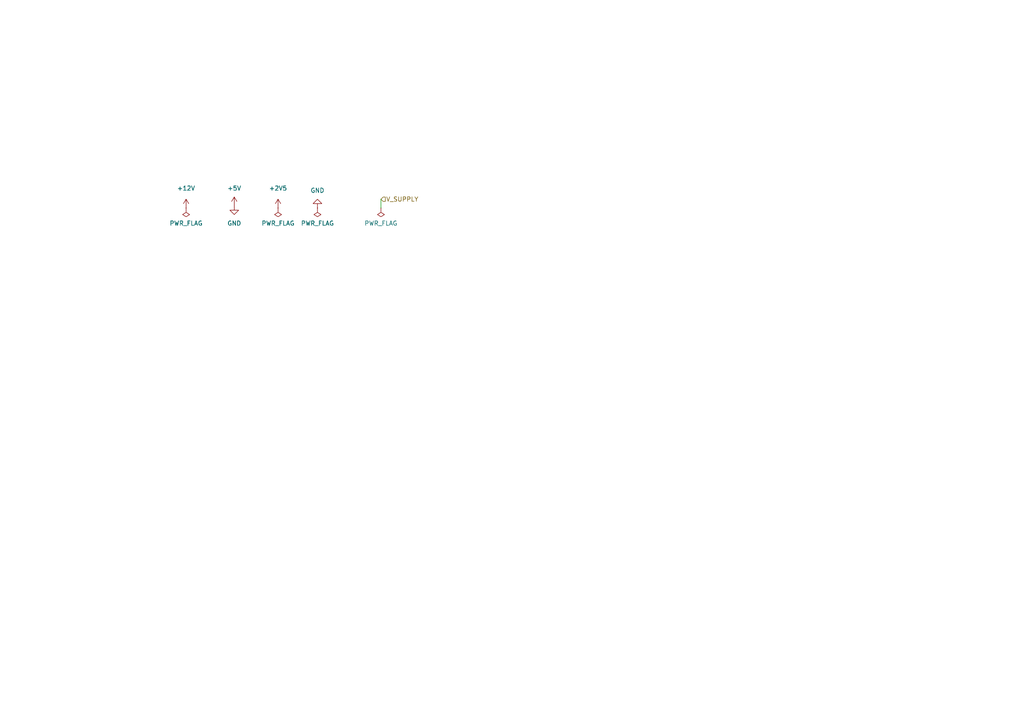
<source format=kicad_sch>
(kicad_sch (version 20211123) (generator eeschema)
  (paper "A4")
  (lib_symbols
    (symbol "power:+12V" (power) (pin_names (offset 0))
      (property "Value" "+12V" (at 0 3.556 0))
      (symbol "+12V_0_1"
        (polyline (pts (xy -0.762 1.27) (xy 0 2.54)))
        (polyline (pts (xy 0 0) (xy 0 2.54)))
        (polyline (pts (xy 0 2.54) (xy 0.762 1.27)))
      )
      (symbol "+12V_1_1"
        (pin power_in line (at 0 0 90) (length 0) hide (name "+12V") (number "1"))
      )
    )
    (symbol "power:+2V5" (power) (pin_names (offset 0))
      (property "Value" "+2V5" (at 0 3.556 0))
      (symbol "+2V5_0_1"
        (polyline (pts (xy -0.762 1.27) (xy 0 2.54)))
        (polyline (pts (xy 0 0) (xy 0 2.54)))
        (polyline (pts (xy 0 2.54) (xy 0.762 1.27)))
      )
      (symbol "+2V5_1_1"
        (pin power_in line (at 0 0 90) (length 0) hide (name "+2V5") (number "1"))
      )
    )
    (symbol "power:+5V" (power) (pin_names (offset 0))
      (property "Value" "+5V" (at 0 3.556 0))
      (symbol "+5V_0_1"
        (polyline (pts (xy -0.762 1.27) (xy 0 2.54)))
        (polyline (pts (xy 0 0) (xy 0 2.54)))
        (polyline (pts (xy 0 2.54) (xy 0.762 1.27)))
      )
      (symbol "+5V_1_1"
        (pin power_in line (at 0 0 90) (length 0) hide (name "+5V") (number "1"))
      )
    )
    (symbol "power:GND" (power) (pin_names (offset 0))
      (property "Value" "GND" (at 0 -3.81 0))
      (symbol "GND_0_1"
        (polyline (pts (xy 0 0) (xy 0 -1.27) (xy 1.27 -1.27) (xy 0 -2.54) (xy -1.27 -1.27) (xy 0 -1.27)))
      )
      (symbol "GND_1_1"
        (pin power_in line (at 0 0 270) (length 0) hide (name "GND") (number "1"))
      )
    )
    (symbol "power:PWR_FLAG" (power) (pin_numbers hide) (pin_names (offset 0) hide)
      (property "Value" "PWR_FLAG" (at 0 3.81 0))
      (symbol "PWR_FLAG_0_0"
        (pin power_out line (at 0 0 90) (length 0) (name "pwr") (number "1"))
      )
      (symbol "PWR_FLAG_0_1"
        (polyline (pts (xy 0 0) (xy 0 1.27) (xy -1.016 1.905) (xy 0 2.54) (xy 1.016 1.905) (xy 0 1.27)))
      )
    )
  )
  (wire (pts (xy 110.49 57.785) (xy 110.49 60.325)))
  (hierarchical_label "V_SUPPLY" (shape input) (at 110.49 57.785 0))
  (symbol (lib_id "power:PWR_FLAG") (at 53.975 60.325 180) (unit 1)
    (property "Reference" "#FLG0101" (effects hide))
    (property "Value" "PWR_FLAG" (at 53.975 64.77 0))
  )
  (symbol (lib_id "power:GND") (at 67.945 59.69 0) (unit 1)
    (property "Reference" "#PWR0113" (effects hide))
    (property "Value" "GND" (at 67.945 64.77 0))
  )
  (symbol (lib_id "power:PWR_FLAG") (at 110.49 60.325 180) (unit 1)
    (property "Reference" "#FLG0104" (effects hide))
    (property "Value" "PWR_FLAG" (at 110.49 64.77 0))
  )
  (symbol (lib_id "power:+5V") (at 67.945 59.69 0) (unit 1)
    (property "Reference" "#PWR0114" (effects hide))
    (property "Value" "+5V" (at 67.945 54.61 0))
  )
  (symbol (lib_id "power:PWR_FLAG") (at 92.075 60.325 180) (unit 1)
    (property "Reference" "#FLG0103" (effects hide))
    (property "Value" "PWR_FLAG" (at 92.075 64.77 0))
  )
  (symbol (lib_id "power:GND") (at 92.075 60.325 180) (unit 1)
    (property "Reference" "#PWR0110" (effects hide))
    (property "Value" "GND" (at 92.075 55.245 0))
  )
  (symbol (lib_id "power:+2V5") (at 80.645 60.325 0) (unit 1)
    (property "Reference" "#PWR0109" (effects hide))
    (property "Value" "+2V5" (at 80.645 54.61 0))
  )
  (symbol (lib_id "power:PWR_FLAG") (at 80.645 60.325 180) (unit 1)
    (property "Reference" "#FLG0102" (effects hide))
    (property "Value" "PWR_FLAG" (at 80.645 64.77 0))
  )
  (symbol (lib_id "power:+12V") (at 53.975 60.325 0) (unit 1)
    (property "Reference" "#PWR0108" (effects hide))
    (property "Value" "+12V" (at 53.975 54.61 0))
  )
)
</source>
